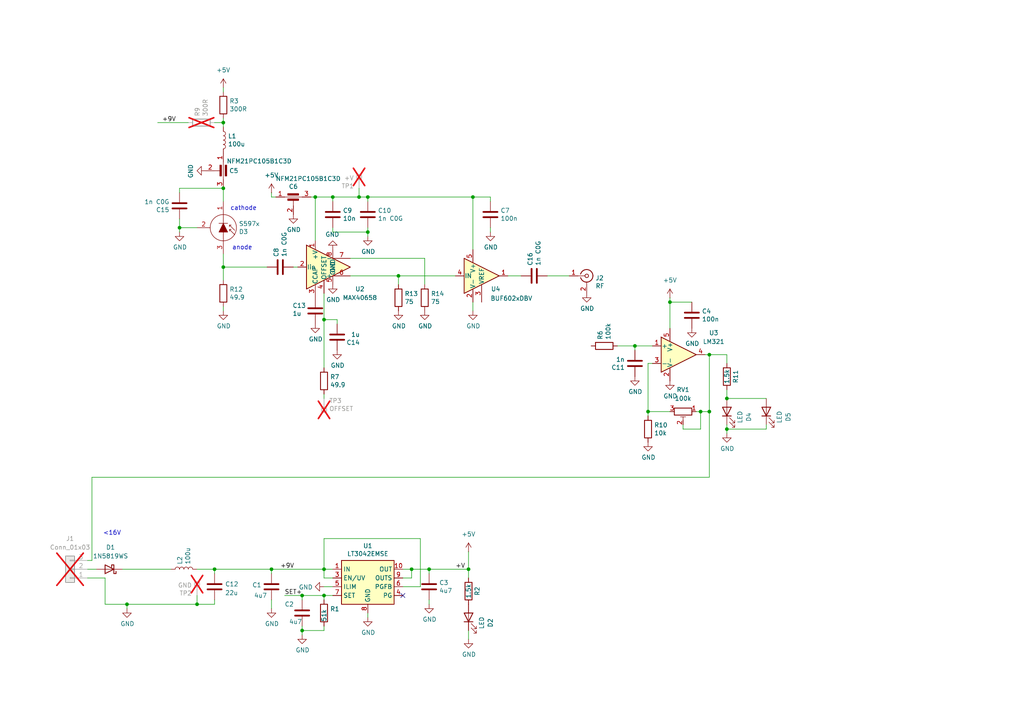
<source format=kicad_sch>
(kicad_sch (version 20250114) (generator "eeschema") (generator_version "9.0")
  (paper "A4")
  (lib_symbols
    (symbol "Amplifier_Buffer:BUF602xDBV" (pin_names (offset 0.127))
      (property "Reference" "U" (at 6.35 2.54 0))
      (property "Value" "BUF602xDBV" (at 7.62 -2.54 0))
      (symbol "BUF602xDBV_0_1"
        (polyline (pts (xy 5.08 0) (xy -5.08 5.08) (xy -5.08 -5.08) (xy 5.08 0)) (stroke (width 0.254)) (fill (type background)))
      )
      (symbol "BUF602xDBV_1_1"
        (pin input line (at -7.62 0 0) (length 2.54) (name "IN") (number "4"))
        (pin power_in line (at -2.54 7.62 270) (length 3.81) (name "V+") (number "5"))
        (pin power_in line (at -2.54 -7.62 90) (length 3.81) (name "V-") (number "2"))
        (pin output line (at 0 -7.62 90) (length 5.08) (name "VREF") (number "3"))
        (pin output line (at 7.62 0 180) (length 2.54) (name "~") (number "1"))
      )
    )
    (symbol "Amplifier_Operational:LM321" (pin_names (offset 0.127))
      (property "Reference" "U" (at 0 7.62 0))
      (property "Value" "LM321" (at 0 5.08 0))
      (symbol "LM321_0_1"
        (polyline (pts (xy -5.08 5.08) (xy 5.08 0) (xy -5.08 -5.08) (xy -5.08 5.08)) (stroke (width 0.254)) (fill (type background)))
      )
      (symbol "LM321_1_1"
        (pin input line (at -7.62 2.54 0) (length 2.54) (name "+") (number "1"))
        (pin input line (at -7.62 -2.54 0) (length 2.54) (name "-") (number "3"))
        (pin power_in line (at -2.54 7.62 270) (length 3.81) (name "V+") (number "5"))
        (pin power_in line (at -2.54 -7.62 90) (length 3.81) (name "V-") (number "2"))
        (pin output line (at 7.62 0 180) (length 2.54) (name "~") (number "4"))
      )
    )
    (symbol "Connector:Conn_Coaxial" (pin_names (offset 1.016) (hide yes))
      (property "Reference" "J" (at 0.254 3.048 0))
      (property "Value" "Conn_Coaxial" (at 2.921 0 90))
      (symbol "Conn_Coaxial_0_1"
        (polyline (pts (xy -2.54 0) (xy -0.508 0)))
        (arc (start -1.778 0.508) (mid 0.222 1.8083) (end 1.778 0) (stroke (width 0.254)))
        (arc (start 1.778 0) (mid 0.222 -1.808) (end -1.778 -0.508) (stroke (width 0.254)))
        (circle (center 0 0) (radius 0.508) (stroke (width 0.2032)))
        (polyline (pts (xy 0 -2.54) (xy 0 -1.778)))
      )
      (symbol "Conn_Coaxial_1_1"
        (pin passive line (at -5.08 0 0) (length 2.54) (name "In") (number "1"))
        (pin passive line (at 0 -5.08 90) (length 2.54) (name "Ext") (number "2"))
      )
    )
    (symbol "Connector:TestPoint" (pin_numbers (hide yes)) (pin_names (offset 0.762) (hide yes))
      (property "Reference" "TP" (at 0 6.858 0))
      (property "Value" "TestPoint" (at 0 5.08 0))
      (symbol "TestPoint_0_1"
        (circle (center 0 3.302) (radius 0.762))
      )
      (symbol "TestPoint_1_1"
        (pin passive line (at 0 0 90) (length 2.54) (name "1") (number "1"))
      )
    )
    (symbol "Connector_Generic:Conn_01x03" (pin_names (offset 1.016) (hide yes))
      (property "Reference" "J" (at 0 5.08 0))
      (property "Value" "Conn_01x03" (at 0 -5.08 0))
      (symbol "Conn_01x03_1_1"
        (rectangle (start -1.27 3.81) (end 1.27 -3.81) (stroke (width 0.254)) (fill (type background)))
        (rectangle (start -1.27 2.667) (end 0 2.413) (stroke (width 0.1524)))
        (rectangle (start -1.27 0.127) (end 0 -0.127) (stroke (width 0.1524)))
        (rectangle (start -1.27 -2.413) (end 0 -2.667) (stroke (width 0.1524)))
        (pin passive line (at -5.08 2.54 0) (length 3.81) (name "Pin_1") (number "1"))
        (pin passive line (at -5.08 0 0) (length 3.81) (name "Pin_2") (number "2"))
        (pin passive line (at -5.08 -2.54 0) (length 3.81) (name "Pin_3") (number "3"))
      )
    )
    (symbol "Device:C" (pin_numbers (hide yes)) (pin_names (offset 0.254))
      (property "Reference" "C" (at 0.635 2.54 0))
      (property "Value" "C" (at 0.635 -2.54 0))
      (symbol "C_0_1"
        (polyline (pts (xy -2.032 0.762) (xy 2.032 0.762)) (stroke (width 0.508)))
        (polyline (pts (xy -2.032 -0.762) (xy 2.032 -0.762)) (stroke (width 0.508)))
      )
      (symbol "C_1_1"
        (pin passive line (at 0 3.81 270) (length 2.794) (name "~") (number "1"))
        (pin passive line (at 0 -3.81 90) (length 2.794) (name "~") (number "2"))
      )
    )
    (symbol "Device:C_Feedthrough" (pin_names (offset 0.254) (hide yes))
      (property "Reference" "C" (at 0 7.62 0))
      (property "Value" "C_Feedthrough" (at 0 5.715 0))
      (symbol "C_Feedthrough_0_1"
        (polyline (pts (xy -2.54 2.54) (xy 2.54 2.54)))
        (rectangle (start -1.651 1.524) (end 1.524 2.032) (fill (type outline)))
        (polyline (pts (xy 0 0) (xy 0 1.778)))
        (rectangle (start 1.524 3.048) (end -1.651 3.556) (fill (type outline)))
      )
      (symbol "C_Feedthrough_1_1"
        (pin passive line (at -5.08 2.54 0) (length 2.54) (name "1") (number "1"))
        (pin passive line (at 0 -2.54 90) (length 2.54) (name "2") (number "2"))
        (pin passive line (at 5.08 2.54 180) (length 2.54) (name "3") (number "3"))
      )
    )
    (symbol "Device:L" (pin_numbers (hide yes)) (pin_names (offset 1.016) (hide yes))
      (property "Reference" "L" (at -1.27 0 90))
      (property "Value" "L" (at 1.905 0 90))
      (symbol "L_0_1"
        (arc (start 0 2.54) (mid 0.6323 1.905) (end 0 1.27))
        (arc (start 0 1.27) (mid 0.6323 0.635) (end 0 0))
        (arc (start 0 0) (mid 0.6323 -0.635) (end 0 -1.27))
        (arc (start 0 -1.27) (mid 0.6323 -1.905) (end 0 -2.54))
      )
      (symbol "L_1_1"
        (pin passive line (at 0 3.81 270) (length 1.27) (name "1") (number "1"))
        (pin passive line (at 0 -3.81 90) (length 1.27) (name "2") (number "2"))
      )
    )
    (symbol "Device:LED" (pin_numbers (hide yes)) (pin_names (offset 1.016) (hide yes))
      (property "Reference" "D" (at 0 2.54 0))
      (property "Value" "LED" (at 0 -2.54 0))
      (symbol "LED_0_1"
        (polyline (pts (xy -3.048 -0.762) (xy -4.572 -2.286) (xy -3.81 -2.286) (xy -4.572 -2.286) (xy -4.572 -1.524)))
        (polyline (pts (xy -1.778 -0.762) (xy -3.302 -2.286) (xy -2.54 -2.286) (xy -3.302 -2.286) (xy -3.302 -1.524)))
        (polyline (pts (xy -1.27 0) (xy 1.27 0)))
        (polyline (pts (xy -1.27 -1.27) (xy -1.27 1.27)) (stroke (width 0.254)))
        (polyline (pts (xy 1.27 -1.27) (xy 1.27 1.27) (xy -1.27 0) (xy 1.27 -1.27)) (stroke (width 0.254)))
      )
      (symbol "LED_1_1"
        (pin passive line (at -3.81 0 0) (length 2.54) (name "K") (number "1"))
        (pin passive line (at 3.81 0 180) (length 2.54) (name "A") (number "2"))
      )
    )
    (symbol "Device:R" (pin_numbers (hide yes)) (pin_names (offset 0))
      (property "Reference" "R" (at 2.032 0 90))
      (property "Value" "R" (at 0 0 90))
      (symbol "R_0_1"
        (rectangle (start -1.016 -2.54) (end 1.016 2.54) (stroke (width 0.254)))
      )
      (symbol "R_1_1"
        (pin passive line (at 0 3.81 270) (length 1.27) (name "~") (number "1"))
        (pin passive line (at 0 -3.81 90) (length 1.27) (name "~") (number "2"))
      )
    )
    (symbol "Device:R_Potentiometer_Trim" (pin_names (offset 1.016) (hide yes))
      (property "Reference" "RV" (at -4.445 0 90))
      (property "Value" "R_Potentiometer_Trim" (at -2.54 0 90))
      (symbol "R_Potentiometer_Trim_0_1"
        (rectangle (start 1.016 2.54) (end -1.016 -2.54) (stroke (width 0.254)))
        (polyline (pts (xy 1.524 0.762) (xy 1.524 -0.762)))
        (polyline (pts (xy 2.54 0) (xy 1.524 0)))
      )
      (symbol "R_Potentiometer_Trim_1_1"
        (pin passive line (at 0 3.81 270) (length 1.27) (name "1") (number "1"))
        (pin passive line (at 0 -3.81 90) (length 1.27) (name "3") (number "3"))
        (pin passive line (at 3.81 0 180) (length 1.27) (name "2") (number "2"))
      )
    )
    (symbol "Diode:SS210" (pin_numbers (hide yes)) (pin_names (offset 1.016) (hide yes))
      (property "Reference" "D" (at 0 2.54 0))
      (property "Value" "SS210" (at 0 -2.54 0))
      (symbol "SS210_0_1"
        (polyline (pts (xy -1.905 0.635) (xy -1.905 1.27) (xy -1.27 1.27) (xy -1.27 -1.27) (xy -0.635 -1.27) (xy -0.635 -0.635)) (stroke (width 0.254)))
        (polyline (pts (xy 1.27 1.27) (xy 1.27 -1.27) (xy -1.27 0) (xy 1.27 1.27)) (stroke (width 0.254)))
        (polyline (pts (xy 1.27 0) (xy -1.27 0)))
      )
      (symbol "SS210_1_1"
        (pin passive line (at -3.81 0 0) (length 2.54) (name "K") (number "1"))
        (pin passive line (at 3.81 0 180) (length 2.54) (name "A") (number "2"))
      )
    )
    (symbol "MAX40658:MAX40658" (pin_names (offset 0.127))
      (property "Reference" "U" (at 3.81 6.35 0))
      (property "Value" "MAX40658" (at 3.81 -5.08 0))
      (symbol "MAX40658_0_1"
        (polyline (pts (xy -5.08 6.35) (xy -5.08 -6.35) (xy 7.62 0) (xy -5.08 6.35)) (stroke (width 0.254)) (fill (type background)))
        (circle (center 2.54 2.54) (radius 0.0001))
      )
      (symbol "MAX40658_1_1"
        (pin input line (at -7.62 0 0) (length 2.54) (name "Iin") (number "2"))
        (pin no_connect line (at -5.08 2.54 0) (length 2.54) (hide yes) (name "NC") (number "1"))
        (pin no_connect line (at -5.08 -2.54 0) (length 2.54) (hide yes) (name "NC") (number "3"))
        (pin power_in line (at -2.54 7.62 270) (length 2.54) (name "+V") (number "1"))
        (pin input line (at -2.54 -8.89 90) (length 3.81) (name "CCAP") (number "3"))
        (pin input line (at 0 -7.62 90) (length 3.81) (name "OFFSET") (number "4"))
        (pin power_in line (at 2.54 5.08 270) (length 2.54) (name "GND") (number "8"))
        (pin power_in line (at 2.54 -5.08 90) (length 2.54) (name "GND") (number "5"))
        (pin output line (at 7.62 2.54 180) (length 5.08) (name "-") (number "7"))
        (pin output line (at 7.62 -2.54 180) (length 5.08) (name "+") (number "6"))
      )
    )
    (symbol "Regulator_Linear:LT3042xMSE"
      (property "Reference" "U" (at -6.35 6.35 0))
      (property "Value" "LT3042xMSE" (at 1.27 6.35 0))
      (symbol "LT3042xMSE_0_1"
        (rectangle (start -7.62 5.08) (end 7.62 -7.62) (stroke (width 0.254)) (fill (type background)))
      )
      (symbol "LT3042xMSE_1_1"
        (pin power_in line (at -10.16 2.54 0) (length 2.54) (name "IN") (number "1"))
        (pin passive line (at -10.16 2.54 0) (length 2.54) (hide yes) (name "IN") (number "2"))
        (pin input line (at -10.16 0 0) (length 2.54) (name "EN/UV") (number "3"))
        (pin passive line (at -10.16 -2.54 0) (length 2.54) (name "ILIM") (number "5"))
        (pin passive line (at -10.16 -5.08 0) (length 2.54) (name "SET") (number "7"))
        (pin passive line (at 0 -10.16 90) (length 2.54) (hide yes) (name "GND") (number "11"))
        (pin power_in line (at 0 -10.16 90) (length 2.54) (name "GND") (number "8"))
        (pin power_out line (at 10.16 2.54 180) (length 2.54) (name "OUT") (number "10"))
        (pin input line (at 10.16 0 180) (length 2.54) (name "OUTS") (number "9"))
        (pin input line (at 10.16 -2.54 180) (length 2.54) (name "PGFB") (number "6"))
        (pin open_collector line (at 10.16 -5.08 180) (length 2.54) (name "PG") (number "4"))
      )
    )
    (symbol "Sensor_Optical:S5973" (pin_names (offset 0.254) (hide yes))
      (property "Reference" "D" (at 2.54 -5.08 0))
      (property "Value" "S5973" (at 5.08 5.08 0))
      (symbol "S5973_0_0"
        (pin passive line (at 0 -7.62 90) (length 3.81) (name "C") (number "2"))
      )
      (symbol "S5973_0_1"
        (polyline (pts (xy -1.27 1.27) (xy -1.27 -1.27)) (stroke (width 0.1524)))
        (polyline (pts (xy -1.27 0) (xy -3.81 0)))
        (polyline (pts (xy -1.27 0) (xy 1.27 1.27) (xy 1.27 -1.27) (xy -1.27 0)) (fill (type outline)))
        (polyline (pts (xy -0.762 1.778) (xy -0.254 1.778)))
        (circle (center 0 0) (radius 3.81))
        (polyline (pts (xy 0.762 3.302) (xy -0.762 1.778) (xy -0.762 2.286)))
        (polyline (pts (xy 2.032 3.302) (xy 0.508 1.778) (xy 0.508 2.286) (xy 0.508 1.778) (xy 1.016 1.778)))
        (polyline (pts (xy 3.81 0) (xy 1.27 0)))
      )
      (symbol "S5973_1_1"
        (pin passive line (at -7.62 0 0) (length 3.81) (name "K") (number "1"))
        (pin passive line (at 7.62 0 180) (length 3.81) (name "A") (number "3"))
      )
    )
    (symbol "power:+5V" (power) (pin_numbers (hide yes)) (pin_names (offset 0) (hide yes))
      (property "Value" "+5V" (at 0 3.556 0))
      (symbol "+5V_0_1"
        (polyline (pts (xy -0.762 1.27) (xy 0 2.54)))
        (polyline (pts (xy 0 2.54) (xy 0.762 1.27)))
        (polyline (pts (xy 0 0) (xy 0 2.54)))
      )
      (symbol "+5V_1_1"
        (pin power_in line (at 0 0 90) (length 0) (name "~") (number "1"))
      )
    )
    (symbol "power:GND" (power) (pin_names (offset 0))
      (property "Value" "GND" (at 0 -3.81 0))
      (symbol "GND_0_1"
        (polyline (pts (xy 0 0) (xy 0 -1.27) (xy 1.27 -1.27) (xy 0 -2.54) (xy -1.27 -1.27) (xy 0 -1.27)))
      )
      (symbol "GND_1_1"
        (pin power_in line (at 0 0 270) (length 0) (hide yes) (name "GND") (number "1"))
      )
    )
  )
  (text "<16V" (at 32.512 154.686 0) (effects (font (size 1.27 1.27))))
  (text "anode" (at 67.31 72.644 0) (effects (font (size 1.27 1.27)) (justify left bottom)))
  (text "cathode" (at 66.802 61.214 0) (effects (font (size 1.27 1.27)) (justify left bottom)))
  (junction (at 203.2 119.38))
  (junction (at 205.74 102.87))
  (junction (at 104.14 57.15))
  (junction (at 87.63 182.88))
  (junction (at 115.57 80.01))
  (junction (at 62.23 165.1))
  (junction (at 96.52 57.15))
  (junction (at 52.07 66.04))
  (junction (at 135.89 165.1))
  (junction (at 87.63 172.72))
  (junction (at 36.83 175.26))
  (junction (at 64.77 35.56))
  (junction (at 194.31 87.63))
  (junction (at 64.77 54.61))
  (junction (at 93.98 92.71))
  (junction (at 124.46 165.1))
  (junction (at 106.68 57.15))
  (junction (at 187.96 119.38))
  (junction (at 91.44 57.15))
  (junction (at 57.15 175.26))
  (junction (at 205.74 119.38))
  (junction (at 119.38 165.1))
  (junction (at 210.82 124.46))
  (junction (at 210.82 115.57))
  (junction (at 184.15 100.33))
  (junction (at 78.74 165.1))
  (junction (at 64.77 77.47))
  (junction (at 137.16 57.15))
  (junction (at 106.68 67.31))
  (junction (at 93.98 165.1))
  (junction (at 93.98 172.72))
  (no_connect (at 116.84 172.72))
  (wire (pts (xy 64.77 77.47) (xy 77.47 77.47)))
  (wire (pts (xy 116.84 170.18) (xy 121.92 170.18)))
  (wire (pts (xy 30.48 175.26) (xy 36.83 175.26)))
  (wire (pts (xy 62.23 173.99) (xy 62.23 175.26)))
  (wire (pts (xy 90.17 57.15) (xy 91.44 57.15)))
  (wire (pts (xy 119.38 167.64) (xy 119.38 165.1)))
  (wire (pts (xy 124.46 165.1) (xy 135.89 165.1)))
  (wire (pts (xy 158.75 80.01) (xy 165.1 80.01)))
  (wire (pts (xy 135.89 165.1) (xy 135.89 167.64)))
  (wire (pts (xy 194.31 87.63) (xy 200.66 87.63)))
  (wire (pts (xy 96.52 172.72) (xy 93.98 172.72)))
  (wire (pts (xy 194.31 87.63) (xy 194.31 95.25)))
  (wire (pts (xy 93.98 181.61) (xy 93.98 182.88)))
  (wire (pts (xy 137.16 57.15) (xy 137.16 72.39)))
  (wire (pts (xy 106.68 66.04) (xy 106.68 67.31)))
  (wire (pts (xy 52.07 55.88) (xy 52.07 54.61)))
  (wire (pts (xy 82.55 172.72) (xy 87.63 172.72)))
  (wire (pts (xy 87.63 172.72) (xy 87.63 173.99)))
  (wire (pts (xy 91.44 57.15) (xy 91.44 69.85)))
  (wire (pts (xy 106.68 179.07) (xy 106.68 177.8)))
  (wire (pts (xy 64.77 88.9) (xy 64.77 90.17)))
  (wire (pts (xy 93.98 85.09) (xy 93.98 92.71)))
  (wire (pts (xy 205.74 102.87) (xy 204.47 102.87)))
  (wire (pts (xy 123.19 74.93) (xy 123.19 82.55)))
  (wire (pts (xy 57.15 172.72) (xy 57.15 175.26)))
  (wire (pts (xy 93.98 173.99) (xy 93.98 172.72)))
  (wire (pts (xy 64.77 34.29) (xy 64.77 35.56)))
  (wire (pts (xy 116.84 165.1) (xy 119.38 165.1)))
  (wire (pts (xy 30.48 167.64) (xy 30.48 175.26)))
  (wire (pts (xy 57.15 165.1) (xy 62.23 165.1)))
  (wire (pts (xy 203.2 124.46) (xy 203.2 119.38)))
  (wire (pts (xy 52.07 66.04) (xy 52.07 67.31)))
  (wire (pts (xy 187.96 119.38) (xy 187.96 120.65)))
  (wire (pts (xy 96.52 170.18) (xy 93.98 170.18)))
  (wire (pts (xy 57.15 175.26) (xy 62.23 175.26)))
  (wire (pts (xy 96.52 167.64) (xy 93.98 167.64)))
  (wire (pts (xy 115.57 80.01) (xy 115.57 82.55)))
  (wire (pts (xy 101.6 80.01) (xy 115.57 80.01)))
  (wire (pts (xy 62.23 165.1) (xy 62.23 166.37)))
  (wire (pts (xy 119.38 165.1) (xy 124.46 165.1)))
  (wire (pts (xy 36.83 176.53) (xy 36.83 175.26)))
  (wire (pts (xy 25.4 165.1) (xy 27.94 165.1)))
  (wire (pts (xy 184.15 100.33) (xy 184.15 101.6)))
  (wire (pts (xy 135.89 160.02) (xy 135.89 165.1)))
  (wire (pts (xy 104.14 54.61) (xy 104.14 57.15)))
  (wire (pts (xy 97.79 93.98) (xy 97.79 92.71)))
  (wire (pts (xy 203.2 119.38) (xy 205.74 119.38)))
  (wire (pts (xy 64.77 35.56) (xy 64.77 36.83)))
  (wire (pts (xy 96.52 66.04) (xy 96.52 67.31)))
  (wire (pts (xy 45.72 35.56) (xy 54.61 35.56)))
  (wire (pts (xy 78.74 176.53) (xy 78.74 173.99)))
  (wire (pts (xy 78.74 55.88) (xy 78.74 57.15)))
  (wire (pts (xy 142.24 57.15) (xy 137.16 57.15)))
  (wire (pts (xy 52.07 54.61) (xy 64.77 54.61)))
  (wire (pts (xy 179.07 100.33) (xy 184.15 100.33)))
  (wire (pts (xy 184.15 100.33) (xy 189.23 100.33)))
  (wire (pts (xy 78.74 165.1) (xy 78.74 166.37)))
  (wire (pts (xy 121.92 156.21) (xy 93.98 156.21)))
  (wire (pts (xy 96.52 67.31) (xy 106.68 67.31)))
  (wire (pts (xy 210.82 124.46) (xy 222.25 124.46)))
  (wire (pts (xy 115.57 80.01) (xy 132.08 80.01)))
  (wire (pts (xy 205.74 102.87) (xy 210.82 102.87)))
  (wire (pts (xy 106.68 58.42) (xy 106.68 57.15)))
  (wire (pts (xy 194.31 86.36) (xy 194.31 87.63)))
  (wire (pts (xy 93.98 92.71) (xy 93.98 106.68)))
  (wire (pts (xy 96.52 57.15) (xy 104.14 57.15)))
  (wire (pts (xy 26.67 162.56) (xy 26.67 138.43)))
  (wire (pts (xy 201.93 119.38) (xy 203.2 119.38)))
  (wire (pts (xy 187.96 119.38) (xy 187.96 105.41)))
  (wire (pts (xy 64.77 77.47) (xy 64.77 81.28)))
  (wire (pts (xy 210.82 125.73) (xy 210.82 124.46)))
  (wire (pts (xy 52.07 63.5) (xy 52.07 66.04)))
  (wire (pts (xy 187.96 105.41) (xy 189.23 105.41)))
  (wire (pts (xy 121.92 170.18) (xy 121.92 156.21)))
  (wire (pts (xy 104.14 57.15) (xy 106.68 57.15)))
  (wire (pts (xy 80.01 57.15) (xy 78.74 57.15)))
  (wire (pts (xy 210.82 124.46) (xy 210.82 123.19)))
  (wire (pts (xy 64.77 25.4) (xy 64.77 26.67)))
  (wire (pts (xy 96.52 165.1) (xy 93.98 165.1)))
  (wire (pts (xy 135.89 182.88) (xy 135.89 185.42)))
  (wire (pts (xy 87.63 184.15) (xy 87.63 182.88)))
  (wire (pts (xy 147.32 80.01) (xy 151.13 80.01)))
  (wire (pts (xy 91.44 57.15) (xy 96.52 57.15)))
  (wire (pts (xy 35.56 165.1) (xy 49.53 165.1)))
  (wire (pts (xy 124.46 166.37) (xy 124.46 165.1)))
  (wire (pts (xy 142.24 57.15) (xy 142.24 58.42)))
  (wire (pts (xy 93.98 156.21) (xy 93.98 165.1)))
  (wire (pts (xy 194.31 119.38) (xy 187.96 119.38)))
  (wire (pts (xy 62.23 35.56) (xy 64.77 35.56)))
  (wire (pts (xy 205.74 138.43) (xy 205.74 119.38)))
  (wire (pts (xy 210.82 115.57) (xy 210.82 113.03)))
  (wire (pts (xy 222.25 123.19) (xy 222.25 124.46)))
  (wire (pts (xy 93.98 165.1) (xy 78.74 165.1)))
  (wire (pts (xy 142.24 66.04) (xy 142.24 67.31)))
  (wire (pts (xy 93.98 114.3) (xy 93.98 115.57)))
  (wire (pts (xy 93.98 92.71) (xy 97.79 92.71)))
  (wire (pts (xy 116.84 167.64) (xy 119.38 167.64)))
  (wire (pts (xy 25.4 162.56) (xy 26.67 162.56)))
  (wire (pts (xy 106.68 67.31) (xy 106.68 68.58)))
  (wire (pts (xy 62.23 165.1) (xy 78.74 165.1)))
  (wire (pts (xy 210.82 115.57) (xy 222.25 115.57)))
  (wire (pts (xy 85.09 77.47) (xy 86.36 77.47)))
  (wire (pts (xy 87.63 182.88) (xy 87.63 181.61)))
  (wire (pts (xy 64.77 54.61) (xy 64.77 58.42)))
  (wire (pts (xy 52.07 66.04) (xy 57.15 66.04)))
  (wire (pts (xy 30.48 167.64) (xy 25.4 167.64)))
  (wire (pts (xy 36.83 175.26) (xy 57.15 175.26)))
  (wire (pts (xy 93.98 182.88) (xy 87.63 182.88)))
  (wire (pts (xy 87.63 172.72) (xy 93.98 172.72)))
  (wire (pts (xy 198.12 123.19) (xy 198.12 124.46)))
  (wire (pts (xy 101.6 74.93) (xy 123.19 74.93)))
  (wire (pts (xy 26.67 138.43) (xy 205.74 138.43)))
  (wire (pts (xy 210.82 105.41) (xy 210.82 102.87)))
  (wire (pts (xy 64.77 73.66) (xy 64.77 77.47)))
  (wire (pts (xy 96.52 58.42) (xy 96.52 57.15)))
  (wire (pts (xy 124.46 175.26) (xy 124.46 173.99)))
  (wire (pts (xy 198.12 124.46) (xy 203.2 124.46)))
  (wire (pts (xy 93.98 167.64) (xy 93.98 165.1)))
  (wire (pts (xy 205.74 119.38) (xy 205.74 102.87)))
  (wire (pts (xy 137.16 57.15) (xy 106.68 57.15)))
  (wire (pts (xy 137.16 90.17) (xy 137.16 87.63)))
  (label "+V" (at 132.08 165.1 0))
  (label "SET+" (at 82.55 172.72 0))
  (label "+9V" (at 81.28 165.1 0))
  (label "+9V" (at 46.99 35.56 0))
  (symbol (lib_id "power:GND") (at 115.57 90.17 0) (unit 1)
    (property "Reference" "#PWR014" (effects (hide yes)))
    (property "Value" "GND" (at 115.697 94.5642 0))
  )
  (symbol (lib_id "power:GND") (at 93.98 170.18 270) (unit 1)
    (property "Reference" "#PWR03" (effects (hide yes)))
    (property "Value" "GND" (at 90.7288 170.307 90) (effects (justify right)))
  )
  (symbol (lib_id "Device:LED") (at 210.82 119.38 90) (unit 1)
    (property "Reference" "D4" (at 217.17 120.9675 0))
    (property "Value" "LED" (at 214.63 120.9675 0))
    (property "Footprint" "LED_SMD:LED_0603_1608Metric" (effects (hide yes)))
    (property "JLCPCB" "C72043" (effects (hide yes)))
    (property "LCSC" "C72043" (effects (hide yes)))
  )
  (symbol (lib_id "Device:C") (at 184.15 105.41 180) (unit 1)
    (property "Reference" "C11" (at 181.229 106.5784 0) (effects (justify left)))
    (property "Value" "1n" (at 181.229 104.267 0) (effects (justify left)))
    (property "Footprint" "Capacitor_SMD:C_0402_1005Metric" (effects (hide yes)))
    (property "LCSC" "C1523" (effects (hide yes)))
  )
  (symbol (lib_id "Device:LED") (at 222.25 119.38 90) (unit 1)
    (property "Reference" "D5" (at 228.6 120.9675 0))
    (property "Value" "LED" (at 226.06 120.9675 0))
    (property "Footprint" "LED_SMD:LED_0603_1608Metric" (effects (hide yes)))
    (property "JLCPCB" "C72043" (effects (hide yes)))
    (property "LCSC" "C72043" (effects (hide yes)))
  )
  (symbol (lib_id "Device:R") (at 175.26 100.33 90) (unit 1)
    (property "Reference" "R6" (at 174.0916 98.552 0) (effects (justify left)))
    (property "Value" "100k" (at 176.403 98.552 0) (effects (justify left)))
    (property "Footprint" "Resistor_SMD:R_0402_1005Metric" (effects (hide yes)))
    (property "LCSC" "C25741" (effects (hide yes)))
  )
  (symbol (lib_id "Device:R") (at 93.98 177.8 0) (unit 1)
    (property "Reference" "R1" (at 95.758 176.6316 0) (effects (justify left)))
    (property "Value" "51k" (at 93.98 180.34 90) (effects (justify left)))
    (property "Footprint" "Resistor_SMD:R_0603_1608Metric" (effects (hide yes)))
    (property "JLCPCB" "C23186" (effects (hide yes)))
    (property "LCSC" "C23186" (effects (hide yes)))
  )
  (symbol (lib_id "power:GND") (at 96.52 82.55 0) (unit 1)
    (property "Reference" "#PWR015" (effects (hide yes)))
    (property "Value" "GND" (at 96.647 86.9442 0))
  )
  (symbol (lib_id "Device:C") (at 106.68 62.23 0) (unit 1)
    (property "Reference" "C10" (at 109.601 61.0616 0) (effects (justify left)))
    (property "Value" "1n C0G" (at 109.601 63.373 0) (effects (justify left)))
    (property "Footprint" "Capacitor_SMD:C_0402_1005Metric" (effects (hide yes)))
    (property "JLCPCB" "C76947" (effects (hide yes)))
    (property "LCSC" "C76947" (effects (hide yes)))
  )
  (symbol (lib_id "power:GND") (at 187.96 128.27 0) (unit 1)
    (property "Reference" "#PWR020" (effects (hide yes)))
    (property "Value" "GND" (at 188.087 132.6642 0))
  )
  (symbol (lib_id "Connector:TestPoint") (at 104.14 54.61 0) (unit 1) (dnp yes)
    (property "Reference" "TP1" (at 102.6668 53.9496 0) (effects (justify right)))
    (property "Value" "+V" (at 102.6668 51.6382 0) (effects (justify right)))
    (property "Footprint" "TestPoint:TestPoint_THTPad_D1.0mm_Drill0.5mm" (effects (hide yes)))
  )
  (symbol (lib_id "Device:L") (at 53.34 165.1 90) (unit 1)
    (property "Reference" "L2" (at 52.1716 163.7538 0) (effects (justify left)))
    (property "Value" "100u" (at 54.483 163.7538 0) (effects (justify left)))
    (property "Footprint" "Inductor_SMD:L_0805_2012Metric" (effects (hide yes)))
    (property "JLCPCB" "C68035" (effects (hide yes)))
    (property "LCSC" "C68035" (effects (hide yes)))
  )
  (symbol (lib_id "power:GND") (at 135.89 185.42 0) (unit 1)
    (property "Reference" "#PWR08" (effects (hide yes)))
    (property "Value" "GND" (at 136.017 189.8142 0))
  )
  (symbol (lib_id "Device:R") (at 58.42 35.56 90) (unit 1) (dnp yes)
    (property "Reference" "R9" (at 57.2516 33.782 0) (effects (justify left)))
    (property "Value" "300R" (at 59.563 33.782 0) (effects (justify left)))
    (property "Footprint" "Resistor_SMD:R_0603_1608Metric" (effects (hide yes)))
  )
  (symbol (lib_id "Device:C") (at 78.74 170.18 0) (unit 1)
    (property "Reference" "C1" (at 73.152 169.672 0) (effects (justify left)))
    (property "Value" "4u7" (at 73.66 172.72 0) (effects (justify left)))
    (property "Footprint" "Capacitor_SMD:C_0603_1608Metric" (effects (hide yes)))
    (property "JLCPCB" "C19666" (effects (hide yes)))
    (property "LCSC" "C19666" (effects (hide yes)))
  )
  (symbol (lib_id "Device:LED") (at 135.89 179.07 90) (unit 1)
    (property "Reference" "D2" (at 142.24 180.6575 0))
    (property "Value" "LED" (at 139.7 180.6575 0))
    (property "Footprint" "LED_SMD:LED_0603_1608Metric" (effects (hide yes)))
    (property "JLCPCB" "C72043" (effects (hide yes)))
    (property "LCSC" "C72043" (effects (hide yes)))
  )
  (symbol (lib_id "Device:R") (at 187.96 124.46 0) (unit 1)
    (property "Reference" "R10" (at 189.738 123.2916 0) (effects (justify left)))
    (property "Value" "10k" (at 189.738 125.603 0) (effects (justify left)))
    (property "Footprint" "Resistor_SMD:R_0402_1005Metric" (effects (hide yes)))
    (property "LCSC" "C25744" (effects (hide yes)))
  )
  (symbol (lib_id "Device:R") (at 64.77 85.09 0) (unit 1)
    (property "Reference" "R12" (at 66.548 83.9216 0) (effects (justify left)))
    (property "Value" "49.9" (at 66.548 86.233 0) (effects (justify left)))
    (property "Footprint" "Resistor_SMD:R_0402_1005Metric" (effects (hide yes)))
    (property "LCSC" "C325388" (effects (hide yes)))
  )
  (symbol (lib_id "power:GND") (at 194.31 110.49 0) (unit 1)
    (property "Reference" "#PWR021" (effects (hide yes)))
    (property "Value" "GND" (at 194.437 114.8842 0))
  )
  (symbol (lib_id "Device:C") (at 97.79 97.79 180) (unit 1)
    (property "Reference" "C14" (at 104.394 99.3394 0) (effects (justify left)))
    (property "Value" "1u" (at 104.394 97.028 0) (effects (justify left)))
    (property "Footprint" "Capacitor_SMD:C_0402_1005Metric" (effects (hide yes)))
    (property "LCSC" "C29266" (effects (hide yes)))
  )
  (symbol (lib_id "Device:C") (at 52.07 59.69 180) (unit 1)
    (property "Reference" "C15" (at 49.149 60.8584 0) (effects (justify left)))
    (property "Value" "1n C0G" (at 49.149 58.547 0) (effects (justify left)))
    (property "Footprint" "Capacitor_SMD:C_0402_1005Metric" (effects (hide yes)))
    (property "JLCPCB" "C76947" (effects (hide yes)))
    (property "LCSC" "C76947" (effects (hide yes)))
  )
  (symbol (lib_id "Device:C") (at 124.46 170.18 0) (unit 1)
    (property "Reference" "C3" (at 127.381 169.0116 0) (effects (justify left)))
    (property "Value" "4u7" (at 127.381 171.323 0) (effects (justify left)))
    (property "Footprint" "Capacitor_SMD:C_0603_1608Metric" (effects (hide yes)))
    (property "JLCPCB" "C19666" (effects (hide yes)))
    (property "LCSC" "C19666" (effects (hide yes)))
  )
  (symbol (lib_id "power:GND") (at 36.83 176.53 0) (unit 1)
    (property "Reference" "#PWR06" (effects (hide yes)))
    (property "Value" "GND" (at 36.957 180.9242 0))
  )
  (symbol (lib_id "Amplifier_Buffer:BUF602xDBV") (at 139.7 80.01 0) (unit 1)
    (property "Reference" "U4" (at 143.764 83.82 0))
    (property "Value" "BUF602xDBV" (at 148.336 86.5438 0))
    (property "Footprint" "Package_TO_SOT_SMD:SOT-23-5" (effects (hide yes)))
    (property "Datasheet" "http://www.ti.com/lit/ds/symlink/buf602.pdf" (effects (hide yes)))
    (property "Description" "High-Speed, 1000 MHz, Closed-Loop Buffer, SOT23-5" (effects (hide yes)))
  )
  (symbol (lib_id "Device:R") (at 135.89 171.45 180) (unit 1)
    (property "Reference" "R2" (at 138.43 171.45 90))
    (property "Value" "1.5k" (at 135.89 171.45 90))
    (property "Footprint" "Resistor_SMD:R_0603_1608Metric" (effects (hide yes)))
    (property "JLCPCB" "C25879" (effects (hide yes)))
    (property "LCSC" "C22843" (effects (hide yes)))
  )
  (symbol (lib_id "power:GND") (at 59.69 49.53 270) (unit 1)
    (property "Reference" "#PWR013" (effects (hide yes)))
    (property "Value" "GND" (at 55.2958 49.657 0))
  )
  (symbol (lib_id "Diode:SS210") (at 31.75 165.1 180) (unit 1)
    (property "Reference" "D1" (at 32.0675 158.75 0))
    (property "Value" "1N5819WS" (at 32.0675 161.29 0))
    (property "Footprint" "Diode_SMD:D_SOD-323" (effects (hide yes)))
    (property "Datasheet" "https://www.wontop.com/uploadfiles/56/sort_excel/pdf/ss22.pdf" (effects (hide yes)))
    (property "Description" "40V 600mV@1A 1A SOD-323" (effects (hide yes)))
    (property "LCSC" "C191023" (effects (hide yes)))
  )
  (symbol (lib_id "Device:R") (at 123.19 86.36 0) (unit 1)
    (property "Reference" "R14" (at 124.968 85.1916 0) (effects (justify left)))
    (property "Value" "75" (at 124.968 87.503 0) (effects (justify left)))
    (property "Footprint" "Resistor_SMD:R_0402_1005Metric" (effects (hide yes)))
    (property "LCSC" "C25133" (effects (hide yes)))
  )
  (symbol (lib_id "Device:C") (at 87.63 177.8 0) (unit 1)
    (property "Reference" "C2" (at 82.55 175.26 0) (effects (justify left)))
    (property "Value" "4u7" (at 83.82 180.34 0) (effects (justify left)))
    (property "Footprint" "Capacitor_SMD:C_0603_1608Metric" (effects (hide yes)))
    (property "JLCPCB" "C19666" (effects (hide yes)))
    (property "LCSC" "C19666" (effects (hide yes)))
  )
  (symbol (lib_id "power:GND") (at 170.18 85.09 0) (unit 1)
    (property "Reference" "#PWR07" (effects (hide yes)))
    (property "Value" "GND" (at 170.307 89.4842 0))
  )
  (symbol (lib_id "power:GND") (at 52.07 67.31 0) (unit 1)
    (property "Reference" "#PWR09" (effects (hide yes)))
    (property "Value" "GND" (at 52.197 71.7042 0))
  )
  (symbol (lib_id "power:GND") (at 87.63 184.15 0) (unit 1)
    (property "Reference" "#PWR02" (effects (hide yes)))
    (property "Value" "GND" (at 87.757 188.5442 0))
  )
  (symbol (lib_id "power:GND") (at 123.19 90.17 0) (unit 1)
    (property "Reference" "#PWR019" (effects (hide yes)))
    (property "Value" "GND" (at 123.317 94.5642 0))
  )
  (symbol (lib_id "Device:C") (at 200.66 91.44 0) (unit 1)
    (property "Reference" "C4" (at 203.581 90.2716 0) (effects (justify left)))
    (property "Value" "100n" (at 203.581 92.583 0) (effects (justify left)))
    (property "Footprint" "Capacitor_SMD:C_0402_1005Metric" (effects (hide yes)))
    (property "JLCPCB" "C1525" (effects (hide yes)))
    (property "LCSC" "C1525" (effects (hide yes)))
  )
  (symbol (lib_id "Device:R") (at 210.82 109.22 180) (unit 1)
    (property "Reference" "R11" (at 213.36 109.22 90))
    (property "Value" "1.5k" (at 210.82 109.22 90))
    (property "Footprint" "Resistor_SMD:R_0603_1608Metric" (effects (hide yes)))
    (property "JLCPCB" "C21190" (effects (hide yes)))
    (property "LCSC" "C22843" (effects (hide yes)))
  )
  (symbol (lib_id "power:GND") (at 184.15 109.22 0) (unit 1)
    (property "Reference" "#PWR025" (effects (hide yes)))
    (property "Value" "GND" (at 184.277 113.6142 0))
  )
  (symbol (lib_id "power:GND") (at 97.79 101.6 0) (unit 1)
    (property "Reference" "#PWR028" (effects (hide yes)))
    (property "Value" "GND" (at 97.917 105.9942 0))
  )
  (symbol (lib_id "power:GND") (at 85.09 62.23 0) (unit 1)
    (property "Reference" "#PWR018" (effects (hide yes)))
    (property "Value" "GND" (at 85.217 66.6242 0))
  )
  (symbol (lib_id "power:GND") (at 124.46 175.26 0) (unit 1)
    (property "Reference" "#PWR05" (effects (hide yes)))
    (property "Value" "GND" (at 124.587 179.6542 0))
  )
  (symbol (lib_id "Sensor_Optical:S5973") (at 64.77 66.04 270) (unit 1) (in_bom no)
    (property "Reference" "D3" (at 69.2658 67.2084 90) (effects (justify left)))
    (property "Value" "S597x" (at 69.2658 64.897 90) (effects (justify left)))
    (property "Footprint" "Package_TO_SOT_THT:TO-18-3" (effects (hide yes)))
    (property "Datasheet" "http://www.osram-os.com/Graphics/XPic5/00215016_0.pdf/BP%20104%20FS.pdf" (effects (hide yes)))
  )
  (symbol (lib_id "Device:R") (at 115.57 86.36 0) (unit 1)
    (property "Reference" "R13" (at 117.348 85.1916 0) (effects (justify left)))
    (property "Value" "75" (at 117.348 87.503 0) (effects (justify left)))
    (property "Footprint" "Resistor_SMD:R_0402_1005Metric" (effects (hide yes)))
    (property "LCSC" "C25133" (effects (hide yes)))
  )
  (symbol (lib_id "Device:C") (at 91.44 90.17 0) (unit 1)
    (property "Reference" "C13" (at 84.836 88.6206 0) (effects (justify left)))
    (property "Value" "1u" (at 84.836 90.932 0) (effects (justify left)))
    (property "Footprint" "Capacitor_SMD:C_0402_1005Metric" (effects (hide yes)))
    (property "LCSC" "C29266" (effects (hide yes)))
  )
  (symbol (lib_id "Regulator_Linear:LT3042xMSE") (at 106.68 167.64 0) (unit 1)
    (property "Reference" "U1" (at 106.68 158.3182 0))
    (property "Value" "LT3042EMSE" (at 106.68 160.6296 0))
    (property "Footprint" "Package_SO:MSOP-10-1EP_3x3mm_P0.5mm_EP1.68x1.88mm" (effects (hide yes)))
    (property "Datasheet" "https://www.analog.com/media/en/technical-documentation/data-sheets/3042fb.pdf" (effects (hide yes)))
    (property "LCSC" "C69847" (effects (hide yes)))
    (property "JLCPCB" "C69847" (effects (hide yes)))
  )
  (symbol (lib_id "power:GND") (at 142.24 67.31 0) (unit 1)
    (property "Reference" "#PWR031" (effects (hide yes)))
    (property "Value" "GND" (at 142.367 71.7042 0))
  )
  (symbol (lib_id "power:+5V") (at 135.89 160.02 0) (unit 1)
    (property "Reference" "#PWR011" (effects (hide yes)))
    (property "Value" "+5V" (at 135.89 154.94 0))
    (property "Description" "Power symbol creates a global label with name \"+5V\"" (effects (hide yes)))
  )
  (symbol (lib_id "power:GND") (at 106.68 179.07 0) (unit 1)
    (property "Reference" "#PWR04" (effects (hide yes)))
    (property "Value" "GND" (at 106.807 183.4642 0))
  )
  (symbol (lib_id "Device:C") (at 62.23 170.18 0) (unit 1)
    (property "Reference" "C12" (at 65.278 169.418 0) (effects (justify left)))
    (property "Value" "22u" (at 65.278 171.958 0) (effects (justify left)))
    (property "Footprint" "Capacitor_SMD:C_0805_2012Metric" (effects (hide yes)))
    (property "JLCPCB" "C45783" (effects (hide yes)))
    (property "LCSC" "C45783" (effects (hide yes)))
  )
  (symbol (lib_id "Device:R_Potentiometer_Trim") (at 198.12 119.38 270) (unit 1)
    (property "Reference" "RV1" (at 198.12 113.03 90))
    (property "Value" "100k" (at 198.12 115.57 90))
    (property "Footprint" "Potentiometer_SMD:Potentiometer_Bourns_TC33X_Vertical" (effects (hide yes)))
    (property "Description" "trim" (effects (hide yes)))
    (property "LCSC" "C719186" (effects (hide yes)))
  )
  (symbol (lib_id "Amplifier_Operational:LM321") (at 196.85 102.87 0) (unit 1)
    (property "Reference" "U3" (at 207.01 96.5514 0))
    (property "Value" "LM321" (at 207.01 99.0914 0))
    (property "Footprint" "Package_TO_SOT_SMD:SOT-23-5" (effects (hide yes)))
    (property "Datasheet" "http://www.ti.com/lit/ds/symlink/lm321.pdf" (effects (hide yes)))
    (property "Description" "Low Power Single Operational Amplifier, SOT-23-5" (effects (hide yes)))
    (property "LCSC" "C471859" (effects (hide yes)))
  )
  (symbol (lib_id "Device:R") (at 93.98 110.49 0) (unit 1)
    (property "Reference" "R7" (at 95.758 109.3216 0) (effects (justify left)))
    (property "Value" "49.9" (at 95.758 111.633 0) (effects (justify left)))
    (property "Footprint" "Resistor_SMD:R_0402_1005Metric" (effects (hide yes)))
    (property "LCSC" "C325388" (effects (hide yes)))
  )
  (symbol (lib_id "power:GND") (at 96.52 72.39 180) (unit 1)
    (property "Reference" "#PWR026" (effects (hide yes)))
    (property "Value" "GND" (at 96.393 67.9958 0))
  )
  (symbol (lib_id "power:GND") (at 200.66 95.25 0) (unit 1)
    (property "Reference" "#PWR023" (effects (hide yes)))
    (property "Value" "GND" (at 200.787 99.6442 0))
  )
  (symbol (lib_id "power:+5V") (at 78.74 55.88 0) (unit 1)
    (property "Reference" "#PWR016" (effects (hide yes)))
    (property "Value" "+5V" (at 78.74 50.8 0))
    (property "Description" "Power symbol creates a global label with name \"+5V\"" (effects (hide yes)))
  )
  (symbol (lib_id "power:GND") (at 106.68 68.58 0) (unit 1)
    (property "Reference" "#PWR017" (effects (hide yes)))
    (property "Value" "GND" (at 106.807 72.9742 0))
  )
  (symbol (lib_id "Device:C") (at 154.94 80.01 90) (unit 1)
    (property "Reference" "C16" (at 153.7716 77.089 0) (effects (justify left)))
    (property "Value" "1n C0G" (at 156.083 77.089 0) (effects (justify left)))
    (property "Footprint" "Capacitor_SMD:C_0402_1005Metric" (effects (hide yes)))
    (property "JLCPCB" "C76947" (effects (hide yes)))
    (property "LCSC" "C76947" (effects (hide yes)))
  )
  (symbol (lib_id "power:+5V") (at 194.31 86.36 0) (unit 1)
    (property "Reference" "#PWR022" (effects (hide yes)))
    (property "Value" "+5V" (at 194.31 81.28 0))
    (property "Description" "Power symbol creates a global label with name \"+5V\"" (effects (hide yes)))
  )
  (symbol (lib_id "Device:C") (at 142.24 62.23 0) (unit 1)
    (property "Reference" "C7" (at 145.161 61.0616 0) (effects (justify left)))
    (property "Value" "100n" (at 145.161 63.373 0) (effects (justify left)))
    (property "Footprint" "Capacitor_SMD:C_0402_1005Metric" (effects (hide yes)))
    (property "JLCPCB" "C1525" (effects (hide yes)))
    (property "LCSC" "C1525" (effects (hide yes)))
  )
  (symbol (lib_id "power:GND") (at 137.16 90.17 0) (unit 1)
    (property "Reference" "#PWR029" (effects (hide yes)))
    (property "Value" "GND" (at 137.287 94.5642 0))
  )
  (symbol (lib_id "Device:C_Feedthrough") (at 62.23 49.53 270) (unit 1)
    (property "Reference" "C5" (at 67.818 49.53 90))
    (property "Value" "NFM21PC105B1C3D" (at 75.184 46.736 90))
    (property "Footprint" "NFM:NFM21C" (effects (hide yes)))
    (property "Description" "Feedthrough capacitor" (effects (hide yes)))
    (property "LCSC" "C92518" (effects (hide yes)))
  )
  (symbol (lib_id "power:GND") (at 64.77 90.17 0) (unit 1)
    (property "Reference" "#PWR010" (effects (hide yes)))
    (property "Value" "GND" (at 64.897 94.5642 0))
  )
  (symbol (lib_id "Connector:TestPoint") (at 57.15 172.72 0) (unit 1) (dnp yes)
    (property "Reference" "TP2" (at 55.6768 172.0596 0) (effects (justify right)))
    (property "Value" "GND" (at 55.6768 169.7482 0) (effects (justify right)))
    (property "Footprint" "TestPoint:TestPoint_THTPad_D1.0mm_Drill0.5mm" (effects (hide yes)))
  )
  (symbol (lib_id "power:+5V") (at 64.77 25.4 0) (unit 1)
    (property "Reference" "#PWR012" (effects (hide yes)))
    (property "Value" "+5V" (at 64.77 20.32 0))
    (property "Description" "Power symbol creates a global label with name \"+5V\"" (effects (hide yes)))
  )
  (symbol (lib_id "Connector:Conn_Coaxial") (at 170.18 80.01 0) (unit 1)
    (property "Reference" "J2" (at 172.72 80.645 0) (effects (justify left)))
    (property "Value" "RF" (at 172.72 82.9564 0) (effects (justify left)))
    (property "Footprint" "Connector_Coaxial:MMCX_Molex_73415-1471_Vertical" (effects (hide yes)))
    (property "JLCPCB" "C530664" (effects (hide yes)))
    (property "LCSC" "C530664" (effects (hide yes)))
  )
  (symbol (lib_id "power:GND") (at 91.44 93.98 0) (unit 1)
    (property "Reference" "#PWR027" (effects (hide yes)))
    (property "Value" "GND" (at 91.567 98.3742 0))
  )
  (symbol (lib_id "Connector:TestPoint") (at 93.98 115.57 180) (unit 1) (dnp yes)
    (property "Reference" "TP3" (at 95.4532 116.2304 0) (effects (justify right)))
    (property "Value" "OFFSET" (at 95.4532 118.5418 0) (effects (justify right)))
    (property "Footprint" "TestPoint:TestPoint_THTPad_D1.0mm_Drill0.5mm" (effects (hide yes)))
  )
  (symbol (lib_id "power:GND") (at 78.74 176.53 0) (unit 1)
    (property "Reference" "#PWR01" (effects (hide yes)))
    (property "Value" "GND" (at 78.867 180.9242 0))
  )
  (symbol (lib_id "Device:C_Feedthrough") (at 85.09 59.69 0) (unit 1)
    (property "Reference" "C6" (at 85.09 54.102 0))
    (property "Value" "NFM21PC105B1C3D" (at 89.408 51.816 0))
    (property "Footprint" "NFM:NFM21C" (effects (hide yes)))
    (property "Description" "Feedthrough capacitor" (effects (hide yes)))
    (property "LCSC" "C92518" (effects (hide yes)))
  )
  (symbol (lib_id "MAX40658:MAX40658") (at 93.98 77.47 0) (unit 1)
    (property "Reference" "U2" (at 104.394 83.82 0))
    (property "Value" "MAX40658" (at 104.394 86.36 0))
    (property "Footprint" "Package_DFN_QFN:TDFN-8_1.4x1.6mm_P0.4mm" (effects (hide yes)))
    (property "Description" "Wideband/Differential Output Transimpedance Amplifier" (effects (hide yes)))
    (property "LCSC" "C2057729" (effects (hide yes)))
  )
  (symbol (lib_id "Device:C") (at 96.52 62.23 0) (unit 1)
    (property "Reference" "C9" (at 99.441 61.0616 0) (effects (justify left)))
    (property "Value" "10n" (at 99.441 63.373 0) (effects (justify left)))
    (property "Footprint" "Capacitor_SMD:C_0402_1005Metric" (effects (hide yes)))
    (property "JLCPCB" "C15195" (effects (hide yes)))
    (property "LCSC" "C15195" (effects (hide yes)))
  )
  (symbol (lib_id "Device:C") (at 81.28 77.47 90) (unit 1)
    (property "Reference" "C8" (at 80.1116 74.549 0) (effects (justify left)))
    (property "Value" "1n C0G" (at 82.423 74.549 0) (effects (justify left)))
    (property "Footprint" "Capacitor_SMD:C_0402_1005Metric" (effects (hide yes)))
    (property "JLCPCB" "C76947" (effects (hide yes)))
    (property "LCSC" "C76947" (effects (hide yes)))
  )
  (symbol (lib_id "Connector_Generic:Conn_01x03") (at 20.32 165.1 180) (unit 1) (dnp yes)
    (property "Reference" "J1" (at 20.32 156.21 0))
    (property "Value" "Conn_01x03" (at 20.32 158.75 0))
    (property "Footprint" "Connector_PinHeader_2.00mm:PinHeader_1x03_P2.00mm_Vertical" (effects (hide yes)))
    (property "Description" "Generic connector, single row, 01x03, script generated (kicad-library-utils/schlib/autogen/connector/)" (effects (hide yes)))
  )
  (symbol (lib_id "Device:R") (at 64.77 30.48 0) (unit 1)
    (property "Reference" "R3" (at 66.548 29.3116 0) (effects (justify left)))
    (property "Value" "300R" (at 66.548 31.623 0) (effects (justify left)))
    (property "Footprint" "Resistor_SMD:R_0603_1608Metric" (effects (hide yes)))
    (property "JLCPCB" "C23025" (effects (hide yes)))
    (property "LCSC" "C23025" (effects (hide yes)))
  )
  (symbol (lib_id "power:GND") (at 210.82 125.73 0) (unit 1)
    (property "Reference" "#PWR024" (effects (hide yes)))
    (property "Value" "GND" (at 210.947 130.1242 0))
  )
  (symbol (lib_id "Device:L") (at 64.77 40.64 0) (unit 1)
    (property "Reference" "L1" (at 66.1162 39.4716 0) (effects (justify left)))
    (property "Value" "100u" (at 66.1162 41.783 0) (effects (justify left)))
    (property "Footprint" "Inductor_SMD:L_0805_2012Metric" (effects (hide yes)))
    (property "JLCPCB" "C68035" (effects (hide yes)))
    (property "LCSC" "C68035" (effects (hide yes)))
  )
)
</source>
